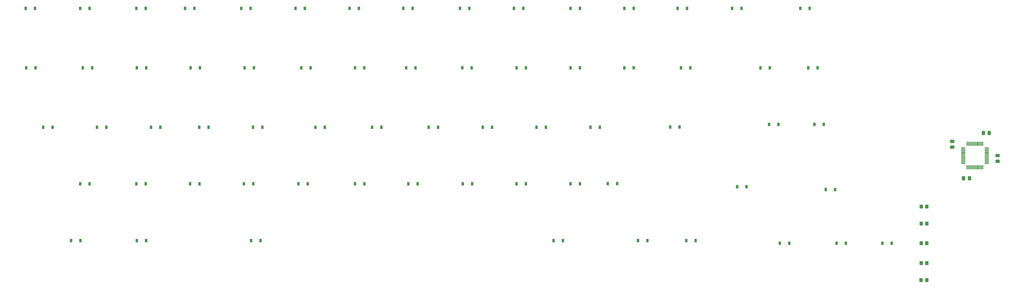
<source format=gbr>
%TF.GenerationSoftware,KiCad,Pcbnew,(6.0.4)*%
%TF.CreationDate,2023-03-10T15:04:03-05:00*%
%TF.ProjectId,main_board,6d61696e-5f62-46f6-9172-642e6b696361,v01*%
%TF.SameCoordinates,Original*%
%TF.FileFunction,Paste,Bot*%
%TF.FilePolarity,Positive*%
%FSLAX46Y46*%
G04 Gerber Fmt 4.6, Leading zero omitted, Abs format (unit mm)*
G04 Created by KiCad (PCBNEW (6.0.4)) date 2023-03-10 15:04:03*
%MOMM*%
%LPD*%
G01*
G04 APERTURE LIST*
G04 Aperture macros list*
%AMRoundRect*
0 Rectangle with rounded corners*
0 $1 Rounding radius*
0 $2 $3 $4 $5 $6 $7 $8 $9 X,Y pos of 4 corners*
0 Add a 4 corners polygon primitive as box body*
4,1,4,$2,$3,$4,$5,$6,$7,$8,$9,$2,$3,0*
0 Add four circle primitives for the rounded corners*
1,1,$1+$1,$2,$3*
1,1,$1+$1,$4,$5*
1,1,$1+$1,$6,$7*
1,1,$1+$1,$8,$9*
0 Add four rect primitives between the rounded corners*
20,1,$1+$1,$2,$3,$4,$5,0*
20,1,$1+$1,$4,$5,$6,$7,0*
20,1,$1+$1,$6,$7,$8,$9,0*
20,1,$1+$1,$8,$9,$2,$3,0*%
G04 Aperture macros list end*
%ADD10RoundRect,0.250000X0.350000X0.450000X-0.350000X0.450000X-0.350000X-0.450000X0.350000X-0.450000X0*%
%ADD11R,0.900000X1.200000*%
%ADD12RoundRect,0.250000X0.475000X-0.337500X0.475000X0.337500X-0.475000X0.337500X-0.475000X-0.337500X0*%
%ADD13RoundRect,0.075000X0.662500X0.075000X-0.662500X0.075000X-0.662500X-0.075000X0.662500X-0.075000X0*%
%ADD14RoundRect,0.075000X0.075000X0.662500X-0.075000X0.662500X-0.075000X-0.662500X0.075000X-0.662500X0*%
%ADD15RoundRect,0.250000X-0.337500X-0.475000X0.337500X-0.475000X0.337500X0.475000X-0.337500X0.475000X0*%
%ADD16RoundRect,0.250000X-0.475000X0.337500X-0.475000X-0.337500X0.475000X-0.337500X0.475000X0.337500X0*%
%ADD17RoundRect,0.250000X0.337500X0.475000X-0.337500X0.475000X-0.337500X-0.475000X0.337500X-0.475000X0*%
G04 APERTURE END LIST*
D10*
%TO.C,R24*%
X562078000Y-295818000D03*
X560078000Y-295818000D03*
%TD*%
D11*
%TO.C,D46*%
X286500500Y-287818000D03*
X283200500Y-287818000D03*
%TD*%
%TO.C,D29*%
X506690500Y-246818000D03*
X503390500Y-246818000D03*
%TD*%
%TO.C,D55*%
X452815500Y-287698000D03*
X449515500Y-287698000D03*
%TD*%
D10*
%TO.C,R28*%
X562040500Y-321818000D03*
X560040500Y-321818000D03*
%TD*%
D11*
%TO.C,D50*%
X363690500Y-287818000D03*
X360390500Y-287818000D03*
%TD*%
%TO.C,D6*%
X342690500Y-225818000D03*
X339390500Y-225818000D03*
%TD*%
%TO.C,D9*%
X400690500Y-225818000D03*
X397390500Y-225818000D03*
%TD*%
%TO.C,D14*%
X496690500Y-225818000D03*
X493390500Y-225818000D03*
%TD*%
%TO.C,D11*%
X439690500Y-225818000D03*
X436390500Y-225818000D03*
%TD*%
%TO.C,D58*%
X263500500Y-307818000D03*
X260200500Y-307818000D03*
%TD*%
D12*
%TO.C,C9*%
X587040500Y-279855500D03*
X587040500Y-277780500D03*
%TD*%
D11*
%TO.C,D21*%
X344690500Y-246818000D03*
X341390500Y-246818000D03*
%TD*%
%TO.C,D60*%
X327038000Y-307848000D03*
X323738000Y-307848000D03*
%TD*%
%TO.C,D22*%
X363690500Y-246818000D03*
X360390500Y-246818000D03*
%TD*%
%TO.C,D15*%
X520690500Y-225818000D03*
X517390500Y-225818000D03*
%TD*%
%TO.C,D52*%
X401690500Y-287818000D03*
X398390500Y-287818000D03*
%TD*%
%TO.C,D2*%
X266690500Y-225818000D03*
X263390500Y-225818000D03*
%TD*%
D10*
%TO.C,R27*%
X562078000Y-315818000D03*
X560078000Y-315818000D03*
%TD*%
D11*
%TO.C,D7*%
X361690500Y-225818000D03*
X358390500Y-225818000D03*
%TD*%
%TO.C,D28*%
X478690500Y-246818000D03*
X475390500Y-246818000D03*
%TD*%
%TO.C,D49*%
X343690500Y-287818000D03*
X340390500Y-287818000D03*
%TD*%
%TO.C,D39*%
X408690500Y-267818000D03*
X405390500Y-267818000D03*
%TD*%
D10*
%TO.C,R26*%
X562078000Y-308818000D03*
X560078000Y-308818000D03*
%TD*%
D11*
%TO.C,D64*%
X513500500Y-308818000D03*
X510200500Y-308818000D03*
%TD*%
%TO.C,D41*%
X446690500Y-267818000D03*
X443390500Y-267818000D03*
%TD*%
%TO.C,D32*%
X272690500Y-267818000D03*
X269390500Y-267818000D03*
%TD*%
%TO.C,D18*%
X286690500Y-246818000D03*
X283390500Y-246818000D03*
%TD*%
%TO.C,D44*%
X525690500Y-266818000D03*
X522390500Y-266818000D03*
%TD*%
%TO.C,D62*%
X463500500Y-307818000D03*
X460200500Y-307818000D03*
%TD*%
%TO.C,D8*%
X380690500Y-225818000D03*
X377390500Y-225818000D03*
%TD*%
%TO.C,D56*%
X498500500Y-288818000D03*
X495200500Y-288818000D03*
%TD*%
%TO.C,D35*%
X327690500Y-267818000D03*
X324390500Y-267818000D03*
%TD*%
%TO.C,D57*%
X529690500Y-289818000D03*
X526390500Y-289818000D03*
%TD*%
%TO.C,D10*%
X419690500Y-225818000D03*
X416390500Y-225818000D03*
%TD*%
%TO.C,D19*%
X305690500Y-246818000D03*
X302390500Y-246818000D03*
%TD*%
%TO.C,D38*%
X389690500Y-267818000D03*
X386390500Y-267818000D03*
%TD*%
%TO.C,D63*%
X480500500Y-307818000D03*
X477200500Y-307818000D03*
%TD*%
%TO.C,D26*%
X439690500Y-246818000D03*
X436390500Y-246818000D03*
%TD*%
%TO.C,D54*%
X439690500Y-287818000D03*
X436390500Y-287818000D03*
%TD*%
%TO.C,D20*%
X324690500Y-246818000D03*
X321390500Y-246818000D03*
%TD*%
%TO.C,D33*%
X291690500Y-267818000D03*
X288390500Y-267818000D03*
%TD*%
%TO.C,D37*%
X369690500Y-267818000D03*
X366390500Y-267818000D03*
%TD*%
%TO.C,D13*%
X477500500Y-225818000D03*
X474200500Y-225818000D03*
%TD*%
%TO.C,D48*%
X324500500Y-287818000D03*
X321200500Y-287818000D03*
%TD*%
%TO.C,D27*%
X458690500Y-246818000D03*
X455390500Y-246818000D03*
%TD*%
%TO.C,D16*%
X247690500Y-246818000D03*
X244390500Y-246818000D03*
%TD*%
D13*
%TO.C,MCU1*%
X583203000Y-275068000D03*
X583203000Y-275568000D03*
X583203000Y-276068000D03*
X583203000Y-276568000D03*
X583203000Y-277068000D03*
X583203000Y-277568000D03*
X583203000Y-278068000D03*
X583203000Y-278568000D03*
X583203000Y-279068000D03*
X583203000Y-279568000D03*
X583203000Y-280068000D03*
X583203000Y-280568000D03*
D14*
X581790500Y-281980500D03*
X581290500Y-281980500D03*
X580790500Y-281980500D03*
X580290500Y-281980500D03*
X579790500Y-281980500D03*
X579290500Y-281980500D03*
X578790500Y-281980500D03*
X578290500Y-281980500D03*
X577790500Y-281980500D03*
X577290500Y-281980500D03*
X576790500Y-281980500D03*
X576290500Y-281980500D03*
D13*
X574878000Y-280568000D03*
X574878000Y-280068000D03*
X574878000Y-279568000D03*
X574878000Y-279068000D03*
X574878000Y-278568000D03*
X574878000Y-278068000D03*
X574878000Y-277568000D03*
X574878000Y-277068000D03*
X574878000Y-276568000D03*
X574878000Y-276068000D03*
X574878000Y-275568000D03*
X574878000Y-275068000D03*
D14*
X576290500Y-273655500D03*
X576790500Y-273655500D03*
X577290500Y-273655500D03*
X577790500Y-273655500D03*
X578290500Y-273655500D03*
X578790500Y-273655500D03*
X579290500Y-273655500D03*
X579790500Y-273655500D03*
X580290500Y-273655500D03*
X580790500Y-273655500D03*
X581290500Y-273655500D03*
X581790500Y-273655500D03*
%TD*%
D11*
%TO.C,D24*%
X401500500Y-246818000D03*
X398200500Y-246818000D03*
%TD*%
%TO.C,D30*%
X523500500Y-246818000D03*
X520200500Y-246818000D03*
%TD*%
%TO.C,D65*%
X533500500Y-308818000D03*
X530200500Y-308818000D03*
%TD*%
%TO.C,D12*%
X458690500Y-225818000D03*
X455390500Y-225818000D03*
%TD*%
%TO.C,D51*%
X382500500Y-287818000D03*
X379200500Y-287818000D03*
%TD*%
%TO.C,D53*%
X420690500Y-287818000D03*
X417390500Y-287818000D03*
%TD*%
%TO.C,D3*%
X286500500Y-225818000D03*
X283200500Y-225818000D03*
%TD*%
D10*
%TO.C,R25*%
X562078000Y-301818000D03*
X560078000Y-301818000D03*
%TD*%
D15*
%TO.C,C8*%
X575003000Y-285818000D03*
X577078000Y-285818000D03*
%TD*%
D11*
%TO.C,D42*%
X474855500Y-267708000D03*
X471555500Y-267708000D03*
%TD*%
%TO.C,D40*%
X427690500Y-267818000D03*
X424390500Y-267818000D03*
%TD*%
%TO.C,D25*%
X420690500Y-246818000D03*
X417390500Y-246818000D03*
%TD*%
%TO.C,D31*%
X253690500Y-267818000D03*
X250390500Y-267818000D03*
%TD*%
%TO.C,D59*%
X286690500Y-307818000D03*
X283390500Y-307818000D03*
%TD*%
%TO.C,D43*%
X509690500Y-266818000D03*
X506390500Y-266818000D03*
%TD*%
%TO.C,D61*%
X433690500Y-307818000D03*
X430390500Y-307818000D03*
%TD*%
%TO.C,D34*%
X308690500Y-267818000D03*
X305390500Y-267818000D03*
%TD*%
%TO.C,D47*%
X305500500Y-287818000D03*
X302200500Y-287818000D03*
%TD*%
%TO.C,D17*%
X267690500Y-246818000D03*
X264390500Y-246818000D03*
%TD*%
%TO.C,D4*%
X303690500Y-225818000D03*
X300390500Y-225818000D03*
%TD*%
D16*
%TO.C,C6*%
X571040500Y-272780500D03*
X571040500Y-274855500D03*
%TD*%
D11*
%TO.C,D23*%
X381690500Y-246818000D03*
X378390500Y-246818000D03*
%TD*%
%TO.C,D36*%
X349690500Y-267818000D03*
X346390500Y-267818000D03*
%TD*%
%TO.C,D66*%
X549690500Y-308818000D03*
X546390500Y-308818000D03*
%TD*%
%TO.C,D1*%
X247500500Y-225818000D03*
X244200500Y-225818000D03*
%TD*%
%TO.C,D45*%
X266690500Y-287818000D03*
X263390500Y-287818000D03*
%TD*%
D17*
%TO.C,C7*%
X584078000Y-269818000D03*
X582003000Y-269818000D03*
%TD*%
D11*
%TO.C,D5*%
X323500500Y-225818000D03*
X320200500Y-225818000D03*
%TD*%
M02*

</source>
